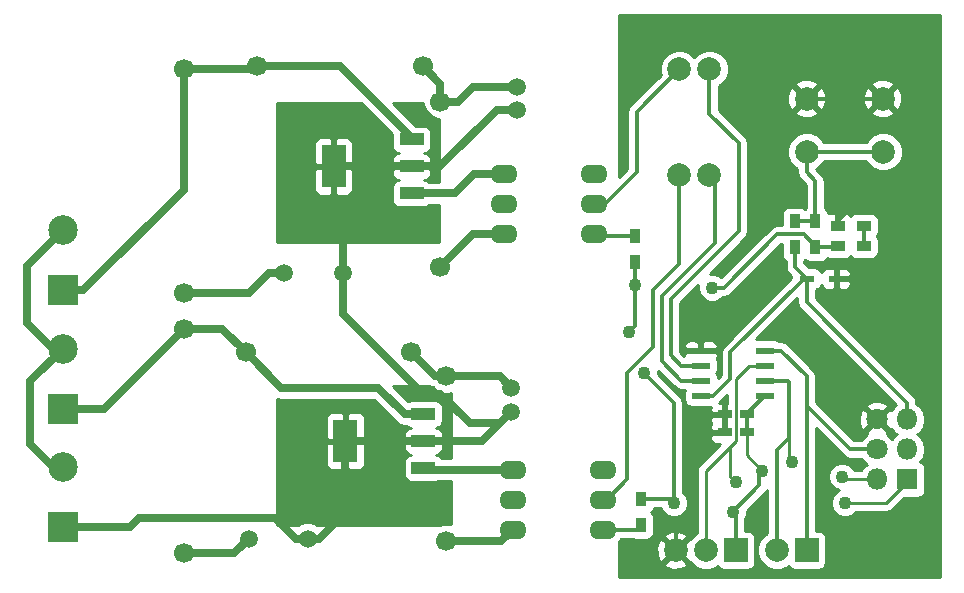
<source format=gbl>
G04 #@! TF.FileFunction,Copper,L2,Bot,Signal*
%FSLAX46Y46*%
G04 Gerber Fmt 4.6, Leading zero omitted, Abs format (unit mm)*
G04 Created by KiCad (PCBNEW 4.0.4+dfsg1-stable) date Mon Feb 27 19:18:29 2017*
%MOMM*%
%LPD*%
G01*
G04 APERTURE LIST*
%ADD100C,0.100000*%
%ADD110C,1.700000*%
%ADD120R,1.550000X0.600000*%
%ADD130R,1.800000X1.800000*%
%ADD140O,1.800000X1.800000*%
%ADD150C,1.800000*%
%ADD160C,2.000000*%
%ADD170R,1.200000X0.750000*%
%ADD180C,1.500000*%
%ADD190R,1.300000X0.600000*%
%ADD200R,1.200000X0.900000*%
%ADD210R,2.000000X2.000000*%
%ADD220R,2.500000X2.500000*%
%ADD230C,2.500000*%
%ADD240R,0.900000X1.200000*%
%ADD250O,2.300000X1.600000*%
%ADD260R,2.032000X3.657600*%
%ADD270R,2.032000X1.016000*%
%ADD280C,1.100000*%
%ADD290C,0.300000*%
%ADD300C,0.250000*%
%ADD310C,0.700000*%
%ADD320C,0.254000*%
G04 APERTURE END LIST*
D100*
D110*
X38500000Y17750000D03*
X38500000Y3750000D03*
D120*
X60050000Y16095000D03*
X60050000Y17365000D03*
X60050000Y18635000D03*
X60050000Y19905000D03*
X65450000Y19905000D03*
X65450000Y18635000D03*
X65450000Y17365000D03*
X65450000Y16095000D03*
D130*
X77500000Y9000000D03*
D140*
X74960000Y9000000D03*
X77500000Y11540000D03*
D150*
X74960000Y11540000D03*
D140*
X77500000Y14080000D03*
D150*
X74960000Y14080000D03*
D160*
X60770000Y43750000D03*
X58230000Y43750000D03*
D170*
X63950000Y13000000D03*
X62050000Y13000000D03*
X63950000Y14500000D03*
X62050000Y14500000D03*
D180*
X44000000Y16750000D03*
X44000000Y14750000D03*
X44500000Y42250000D03*
X44500000Y40250000D03*
X21750000Y4000000D03*
X26750000Y4000000D03*
X24750000Y26500000D03*
X29750000Y26500000D03*
D190*
X71500000Y26000000D03*
X69000000Y26000000D03*
D200*
X71650000Y30500000D03*
X73850000Y30500000D03*
D210*
X69000000Y3000000D03*
D160*
X66460000Y3000000D03*
D220*
X6000000Y5000000D03*
D230*
X6000000Y10080000D03*
D210*
X63000000Y3000000D03*
D160*
X60460000Y3000000D03*
X57920000Y3000000D03*
D220*
X6000000Y15000000D03*
D230*
X6000000Y20080000D03*
D220*
X6000000Y25000000D03*
D230*
X6000000Y30080000D03*
D200*
X71650000Y28750000D03*
X73850000Y28750000D03*
D240*
X68000000Y30850000D03*
X68000000Y28650000D03*
X69750000Y30850000D03*
X69750000Y28650000D03*
X55000000Y7350000D03*
X55000000Y5150000D03*
X54500000Y27400000D03*
X54500000Y29600000D03*
D110*
X38000000Y41000000D03*
X38000000Y27000000D03*
X21500000Y19750000D03*
X35500000Y19750000D03*
X22500000Y44000000D03*
X36500000Y44000000D03*
X16250000Y2750000D03*
X16250000Y21750000D03*
X16250000Y24750000D03*
X16250000Y43750000D03*
D250*
X51750000Y4750000D03*
X51750000Y7290000D03*
X51750000Y9830000D03*
X44130000Y9830000D03*
X44130000Y7290000D03*
X44130000Y4750000D03*
X51000000Y29750000D03*
X51000000Y32290000D03*
X51000000Y34830000D03*
X43380000Y34830000D03*
X43380000Y32290000D03*
X43380000Y29750000D03*
D160*
X60770000Y34750000D03*
X58230000Y34750000D03*
X75501200Y36752100D03*
X68998800Y36752100D03*
X75425000Y41247900D03*
X68998800Y41247900D03*
D260*
X29948000Y12250000D03*
D270*
X36552000Y12250000D03*
X36552000Y9964000D03*
X36552000Y14536000D03*
D260*
X28948000Y35500000D03*
D270*
X35552000Y35500000D03*
X35552000Y33214000D03*
X35552000Y37786000D03*
D280*
X54500000Y25500000D03*
X61000000Y25250000D03*
X54000000Y21500000D03*
X55250000Y18000000D03*
X72000000Y9250000D03*
X65250000Y9750000D03*
X57750000Y7000000D03*
X62750000Y6250000D03*
X73500000Y25750000D03*
X60000000Y14250000D03*
X60000000Y21000000D03*
X59250000Y8500000D03*
X63000000Y8750000D03*
X72250000Y7000000D03*
X67750000Y10500000D03*
D290*
X61000000Y25250000D02*
X62000000Y25250000D01*
X68750000Y29750000D02*
X69750000Y28750000D01*
X66500000Y29750000D02*
X68750000Y29750000D01*
X62000000Y25250000D02*
X66500000Y29750000D01*
X69750000Y28750000D02*
X69750000Y28650000D01*
X57750000Y7000000D02*
X57750000Y15500000D01*
X54500000Y22000000D02*
X54500000Y25500000D01*
X54000000Y21500000D02*
X54500000Y22000000D01*
X57750000Y15500000D02*
X55250000Y18000000D01*
X69750000Y28650000D02*
X71550000Y28650000D01*
X71550000Y28650000D02*
X71650000Y28750000D01*
X62750000Y6250000D02*
X65000000Y8500000D01*
X65000000Y9500000D02*
X65250000Y9750000D01*
X65000000Y8500000D02*
X65000000Y9500000D01*
D300*
X74960000Y9000000D02*
X72250000Y9000000D01*
X72250000Y9000000D02*
X72000000Y9250000D01*
X63950000Y11050000D02*
X63950000Y13000000D01*
X65250000Y9750000D02*
X63950000Y11050000D01*
D290*
X63000000Y3000000D02*
X63000000Y6000000D01*
X57400000Y7350000D02*
X55000000Y7350000D01*
X57750000Y7000000D02*
X57400000Y7350000D01*
X63000000Y6000000D02*
X62750000Y6250000D01*
X63950000Y14500000D02*
X63950000Y14595000D01*
X63950000Y14595000D02*
X65450000Y16095000D01*
X63950000Y13000000D02*
X63950000Y14500000D01*
X54500000Y27400000D02*
X54500000Y25500000D01*
X75425000Y41247900D02*
X75425000Y41075000D01*
X75425000Y41075000D02*
X77500000Y39000000D01*
X73000000Y32250000D02*
X71650000Y30900000D01*
X74000000Y32250000D02*
X73000000Y32250000D01*
X77500000Y35750000D02*
X74000000Y32250000D01*
X77500000Y39000000D02*
X77500000Y35750000D01*
X71650000Y30900000D02*
X71650000Y30500000D01*
X68998800Y41247900D02*
X75425000Y41247900D01*
X71500000Y26000000D02*
X73250000Y26000000D01*
X73250000Y26000000D02*
X73500000Y25750000D01*
X62050000Y14500000D02*
X60250000Y14500000D01*
X60250000Y14500000D02*
X60000000Y14250000D01*
X60050000Y19905000D02*
X60050000Y20950000D01*
X60050000Y20950000D02*
X60000000Y21000000D01*
X57920000Y3000000D02*
X57920000Y4420000D01*
X59000000Y8250000D02*
X59250000Y8500000D01*
X59000000Y5500000D02*
X59000000Y8250000D01*
X57920000Y4420000D02*
X59000000Y5500000D01*
X62050000Y13000000D02*
X62050000Y14500000D01*
X62050000Y14500000D02*
X62000000Y14550000D01*
D310*
X44000000Y16750000D02*
X43000000Y17750000D01*
X43000000Y17750000D02*
X38500000Y17750000D01*
X38500000Y17750000D02*
X37500000Y17750000D01*
X37500000Y17750000D02*
X35500000Y19750000D01*
X28948000Y35500000D02*
X35552000Y35500000D01*
X29948000Y12250000D02*
X36552000Y12250000D01*
X26750000Y4000000D02*
X27750000Y4000000D01*
X29948000Y6198000D02*
X29948000Y12250000D01*
X27750000Y4000000D02*
X29948000Y6198000D01*
X35552000Y35500000D02*
X38000000Y35500000D01*
X42750000Y40250000D02*
X44500000Y40250000D01*
X38000000Y35500000D02*
X42750000Y40250000D01*
X29750000Y26500000D02*
X29750000Y30250000D01*
X34000000Y35500000D02*
X35552000Y35500000D01*
X32750000Y34250000D02*
X34000000Y35500000D01*
X32750000Y33250000D02*
X32750000Y34250000D01*
X29750000Y30250000D02*
X32750000Y33250000D01*
X43000000Y13750000D02*
X40500000Y13750000D01*
X29750000Y23000000D02*
X29750000Y26500000D01*
X36500000Y16250000D02*
X29750000Y23000000D01*
X38000000Y16250000D02*
X36500000Y16250000D01*
X40500000Y13750000D02*
X38000000Y16250000D01*
X36552000Y12250000D02*
X41500000Y12250000D01*
X41500000Y12250000D02*
X43000000Y13750000D01*
X43000000Y13750000D02*
X44000000Y14750000D01*
X26750000Y4000000D02*
X25750000Y4000000D01*
X12500000Y5750000D02*
X12250000Y5500000D01*
X24000000Y5750000D02*
X12500000Y5750000D01*
X25750000Y4000000D02*
X24000000Y5750000D01*
X6000000Y5000000D02*
X11750000Y5000000D01*
X11750000Y5000000D02*
X12250000Y5500000D01*
X38000000Y41000000D02*
X38000000Y42500000D01*
X38000000Y42500000D02*
X36500000Y44000000D01*
X44500000Y42250000D02*
X40750000Y42250000D01*
X39500000Y41000000D02*
X38000000Y41000000D01*
X40750000Y42250000D02*
X39500000Y41000000D01*
X16250000Y2750000D02*
X20500000Y2750000D01*
X20500000Y2750000D02*
X21750000Y4000000D01*
X24750000Y26500000D02*
X23500000Y26500000D01*
X21750000Y24750000D02*
X16250000Y24750000D01*
X23500000Y26500000D02*
X21750000Y24750000D01*
D290*
X69000000Y26000000D02*
X68750000Y26000000D01*
X68750000Y26000000D02*
X62524998Y19774998D01*
X61095000Y16095000D02*
X60050000Y16095000D01*
X62524998Y17524998D02*
X61095000Y16095000D01*
X62524998Y19774998D02*
X62524998Y17524998D01*
X77500000Y14080000D02*
X77500000Y15500000D01*
X69000000Y24000000D02*
X69000000Y26000000D01*
X77500000Y15500000D02*
X69000000Y24000000D01*
X68000000Y28650000D02*
X68000000Y27000000D01*
X68000000Y27000000D02*
X69000000Y26000000D01*
X73850000Y30500000D02*
X73850000Y28750000D01*
X60770000Y43750000D02*
X60770000Y39980000D01*
X58365000Y18635000D02*
X60050000Y18635000D01*
X57500000Y19500000D02*
X58365000Y18635000D01*
X57500000Y24250000D02*
X57500000Y19500000D01*
X63250000Y30000000D02*
X57500000Y24250000D01*
X63250000Y37500000D02*
X63250000Y30000000D01*
X60770000Y39980000D02*
X63250000Y37500000D01*
X51750000Y7290000D02*
X52090000Y7290000D01*
X52090000Y7290000D02*
X53800000Y9000000D01*
X53800000Y9000000D02*
X53800000Y18000000D01*
X53800000Y18000000D02*
X56000000Y20200000D01*
X56000000Y20200000D02*
X56000000Y21250000D01*
X58230000Y27230000D02*
X58230000Y34750000D01*
X56000000Y25000000D02*
X58230000Y27230000D01*
X56000000Y21250000D02*
X56000000Y25000000D01*
X60050000Y17365000D02*
X58385000Y17365000D01*
X61250000Y29000000D02*
X61250000Y34270000D01*
X56750000Y24500000D02*
X61250000Y29000000D01*
X56750000Y19000000D02*
X56750000Y24500000D01*
X58385000Y17365000D02*
X56750000Y19000000D01*
X61250000Y34270000D02*
X60770000Y34750000D01*
X58230000Y43750000D02*
X54600000Y40120000D01*
X54600000Y35000000D02*
X54600000Y40120000D01*
X54600000Y35000000D02*
X51890000Y32290000D01*
X51000000Y32290000D02*
X51890000Y32290000D01*
X74960000Y11540000D02*
X72710000Y11540000D01*
X72710000Y11540000D02*
X69000000Y15250000D01*
X69000000Y3000000D02*
X69000000Y15250000D01*
X69000000Y15250000D02*
X69000000Y17750000D01*
X66845000Y19905000D02*
X65450000Y19905000D01*
X69000000Y17750000D02*
X66845000Y19905000D01*
D300*
X77500000Y9000000D02*
X77500000Y8750000D01*
X77500000Y8750000D02*
X75750000Y7000000D01*
X62500000Y9250000D02*
X62500000Y11750000D01*
X63000000Y8750000D02*
X62500000Y9250000D01*
X75750000Y7000000D02*
X72250000Y7000000D01*
X60460000Y3000000D02*
X60460000Y9710000D01*
X60460000Y9710000D02*
X62500000Y11750000D01*
X62500000Y11750000D02*
X63000000Y12250000D01*
X64135000Y18635000D02*
X65450000Y18635000D01*
X63000000Y12250000D02*
X63000000Y17500000D01*
X63000000Y17500000D02*
X64135000Y18635000D01*
X67750000Y10500000D02*
X67500000Y10750000D01*
X67500000Y10750000D02*
X67500000Y12500000D01*
D290*
X66460000Y3000000D02*
X66460000Y11460000D01*
X67385000Y17365000D02*
X65450000Y17365000D01*
X67500000Y17250000D02*
X67385000Y17365000D01*
X67500000Y12500000D02*
X67500000Y17250000D01*
X66460000Y11460000D02*
X67500000Y12500000D01*
D310*
X6000000Y20080000D02*
X5170000Y20080000D01*
X5170000Y20080000D02*
X3000000Y22250000D01*
X3000000Y27080000D02*
X6000000Y30080000D01*
X3000000Y22250000D02*
X3000000Y27080000D01*
X6000000Y10080000D02*
X5170000Y10080000D01*
X5170000Y10080000D02*
X3250000Y12000000D01*
X3250000Y12000000D02*
X3250000Y17330000D01*
X3250000Y17330000D02*
X6000000Y20080000D01*
X36552000Y14536000D02*
X34964000Y14536000D01*
X24500000Y16750000D02*
X21500000Y19750000D01*
X32750000Y16750000D02*
X24500000Y16750000D01*
X34964000Y14536000D02*
X32750000Y16750000D01*
X16250000Y21750000D02*
X19500000Y21750000D01*
X19500000Y21750000D02*
X21500000Y19750000D01*
X6000000Y15000000D02*
X9500000Y15000000D01*
X9500000Y15000000D02*
X16250000Y21750000D01*
X35552000Y37786000D02*
X35552000Y37948000D01*
X35552000Y37948000D02*
X29500000Y44000000D01*
X29500000Y44000000D02*
X22500000Y44000000D01*
X16250000Y43750000D02*
X22250000Y43750000D01*
X22250000Y43750000D02*
X22500000Y44000000D01*
X6000000Y25000000D02*
X7750000Y25000000D01*
X16250000Y33500000D02*
X16250000Y43750000D01*
X7750000Y25000000D02*
X16250000Y33500000D01*
D290*
X68998800Y36752100D02*
X75501200Y36752100D01*
X69750000Y30850000D02*
X69750000Y34250000D01*
X68998800Y35001200D02*
X68998800Y36752100D01*
X69750000Y34250000D02*
X68998800Y35001200D01*
X69750000Y30850000D02*
X68000000Y30850000D01*
X70002100Y31102100D02*
X69750000Y30850000D01*
X51750000Y4750000D02*
X54600000Y4750000D01*
X54600000Y4750000D02*
X55000000Y5150000D01*
X54500000Y29600000D02*
X51150000Y29600000D01*
X51150000Y29600000D02*
X51000000Y29750000D01*
D310*
X38500000Y3750000D02*
X43130000Y3750000D01*
X43130000Y3750000D02*
X44130000Y4750000D01*
X43380000Y29750000D02*
X40750000Y29750000D01*
X40750000Y29750000D02*
X38000000Y27000000D01*
X44130000Y9830000D02*
X36686000Y9830000D01*
X36686000Y9830000D02*
X36552000Y9964000D01*
X43995000Y9965000D02*
X44130000Y9830000D01*
X35552000Y33214000D02*
X39214000Y33214000D01*
X40830000Y34830000D02*
X43380000Y34830000D01*
X39214000Y33214000D02*
X40830000Y34830000D01*
D320*
G36*
X80290000Y710000D02*
X53127000Y710000D01*
X53127000Y1847468D01*
X56947073Y1847468D01*
X57045736Y1580613D01*
X57655461Y1354092D01*
X58305460Y1378144D01*
X58794264Y1580613D01*
X58892927Y1847468D01*
X57920000Y2820395D01*
X56947073Y1847468D01*
X53127000Y1847468D01*
X53127000Y3264539D01*
X56274092Y3264539D01*
X56298144Y2614540D01*
X56500613Y2125736D01*
X56767468Y2027073D01*
X57740395Y3000000D01*
X56767468Y3972927D01*
X56500613Y3874264D01*
X56274092Y3264539D01*
X53127000Y3264539D01*
X53127000Y3720156D01*
X53149668Y3735302D01*
X53303148Y3965000D01*
X54281380Y3965000D01*
X54298110Y3953569D01*
X54550000Y3902560D01*
X55450000Y3902560D01*
X55685317Y3946838D01*
X55901441Y4085910D01*
X55946961Y4152532D01*
X56947073Y4152532D01*
X57920000Y3179605D01*
X58892927Y4152532D01*
X58794264Y4419387D01*
X58184539Y4645908D01*
X57534540Y4621856D01*
X57045736Y4419387D01*
X56947073Y4152532D01*
X55946961Y4152532D01*
X56046431Y4298110D01*
X56097440Y4550000D01*
X56097440Y5750000D01*
X56053162Y5985317D01*
X55914090Y6201441D01*
X55844289Y6249134D01*
X55901441Y6285910D01*
X56046431Y6498110D01*
X56059977Y6565000D01*
X56647566Y6565000D01*
X56744820Y6329628D01*
X57077875Y5995991D01*
X57513255Y5815206D01*
X57984677Y5814794D01*
X58420372Y5994820D01*
X58754009Y6327875D01*
X58934794Y6763255D01*
X58935206Y7234677D01*
X58755180Y7670372D01*
X58535000Y7890937D01*
X58535000Y14214250D01*
X60815000Y14214250D01*
X60815000Y13998690D01*
X60911673Y13765301D01*
X60926974Y13750000D01*
X60911673Y13734699D01*
X60815000Y13501310D01*
X60815000Y13285750D01*
X60973750Y13127000D01*
X61923000Y13127000D01*
X61923000Y14373000D01*
X60973750Y14373000D01*
X60815000Y14214250D01*
X58535000Y14214250D01*
X58535000Y15500000D01*
X58475245Y15800406D01*
X58305079Y16055079D01*
X56434936Y17925222D01*
X56435180Y18204662D01*
X57829921Y16809921D01*
X58084593Y16639755D01*
X58385000Y16580000D01*
X58665023Y16580000D01*
X58627560Y16395000D01*
X58627560Y15795000D01*
X58671838Y15559683D01*
X58810910Y15343559D01*
X59023110Y15198569D01*
X59275000Y15147560D01*
X60825000Y15147560D01*
X60879854Y15157882D01*
X60815000Y15001310D01*
X60815000Y14785750D01*
X60973750Y14627000D01*
X61923000Y14627000D01*
X61923000Y15351250D01*
X61764250Y15510000D01*
X61605299Y15510000D01*
X61650079Y15539921D01*
X62240000Y16129842D01*
X62240000Y15414250D01*
X62177000Y15351250D01*
X62177000Y14627000D01*
X62197000Y14627000D01*
X62197000Y14373000D01*
X62177000Y14373000D01*
X62177000Y13127000D01*
X62197000Y13127000D01*
X62197000Y12873000D01*
X62177000Y12873000D01*
X62177000Y12853000D01*
X61923000Y12853000D01*
X61923000Y12873000D01*
X60973750Y12873000D01*
X60815000Y12714250D01*
X60815000Y12498690D01*
X60911673Y12265301D01*
X61090302Y12086673D01*
X61323691Y11990000D01*
X61665198Y11990000D01*
X59922599Y10247401D01*
X59757852Y10000839D01*
X59700000Y9710000D01*
X59700000Y4455047D01*
X59535057Y4386894D01*
X59107438Y3960022D01*
X59072532Y3972927D01*
X58099605Y3000000D01*
X59072532Y2027073D01*
X59107938Y2040164D01*
X59532637Y1614722D01*
X60133352Y1365284D01*
X60783795Y1364716D01*
X61384943Y1613106D01*
X61451574Y1679621D01*
X61535910Y1548559D01*
X61748110Y1403569D01*
X62000000Y1352560D01*
X64000000Y1352560D01*
X64235317Y1396838D01*
X64451441Y1535910D01*
X64596431Y1748110D01*
X64647440Y2000000D01*
X64647440Y4000000D01*
X64603162Y4235317D01*
X64464090Y4451441D01*
X64251890Y4596431D01*
X64000000Y4647440D01*
X63785000Y4647440D01*
X63785000Y5652510D01*
X63934794Y6013255D01*
X63935066Y6324909D01*
X65555076Y7944919D01*
X65555079Y7944921D01*
X65675000Y8124397D01*
X65675000Y4444717D01*
X65535057Y4386894D01*
X65074722Y3927363D01*
X64825284Y3326648D01*
X64824716Y2676205D01*
X65073106Y2075057D01*
X65532637Y1614722D01*
X66133352Y1365284D01*
X66783795Y1364716D01*
X67384943Y1613106D01*
X67451574Y1679621D01*
X67535910Y1548559D01*
X67748110Y1403569D01*
X68000000Y1352560D01*
X70000000Y1352560D01*
X70235317Y1396838D01*
X70451441Y1535910D01*
X70596431Y1748110D01*
X70647440Y2000000D01*
X70647440Y4000000D01*
X70603162Y4235317D01*
X70464090Y4451441D01*
X70251890Y4596431D01*
X70000000Y4647440D01*
X69785000Y4647440D01*
X69785000Y13354842D01*
X72154921Y10984921D01*
X72409593Y10814755D01*
X72710000Y10755000D01*
X73623484Y10755000D01*
X73657932Y10671629D01*
X74077660Y10251167D01*
X73874591Y10115481D01*
X73637066Y9760000D01*
X73071445Y9760000D01*
X73005180Y9920372D01*
X72672125Y10254009D01*
X72236745Y10434794D01*
X71765323Y10435206D01*
X71329628Y10255180D01*
X70995991Y9922125D01*
X70815206Y9486745D01*
X70814794Y9015323D01*
X70994820Y8579628D01*
X71327875Y8245991D01*
X71744126Y8073149D01*
X71579628Y8005180D01*
X71245991Y7672125D01*
X71065206Y7236745D01*
X71064794Y6765323D01*
X71244820Y6329628D01*
X71577875Y5995991D01*
X72013255Y5815206D01*
X72484677Y5814794D01*
X72920372Y5994820D01*
X73165980Y6240000D01*
X75750000Y6240000D01*
X76040839Y6297852D01*
X76287401Y6462599D01*
X77277362Y7452560D01*
X78400000Y7452560D01*
X78635317Y7496838D01*
X78851441Y7635910D01*
X78996431Y7848110D01*
X79047440Y8100000D01*
X79047440Y9900000D01*
X79003162Y10135317D01*
X78864090Y10351441D01*
X78651890Y10496431D01*
X78635656Y10499719D01*
X78918155Y10922509D01*
X79035000Y11509928D01*
X79035000Y11570072D01*
X78918155Y12157491D01*
X78585409Y12655481D01*
X78354155Y12810000D01*
X78585409Y12964519D01*
X78918155Y13462509D01*
X79035000Y14049928D01*
X79035000Y14110072D01*
X78918155Y14697491D01*
X78585409Y15195481D01*
X78285000Y15396208D01*
X78285000Y15500000D01*
X78226401Y15794594D01*
X78225245Y15800407D01*
X78055079Y16055079D01*
X69785000Y24325158D01*
X69785000Y25077962D01*
X69885317Y25096838D01*
X70101441Y25235910D01*
X70246431Y25448110D01*
X70253191Y25481490D01*
X70311673Y25340301D01*
X70490302Y25161673D01*
X70723691Y25065000D01*
X71214250Y25065000D01*
X71373000Y25223750D01*
X71373000Y25873000D01*
X71627000Y25873000D01*
X71627000Y25223750D01*
X71785750Y25065000D01*
X72276309Y25065000D01*
X72509698Y25161673D01*
X72688327Y25340301D01*
X72785000Y25573690D01*
X72785000Y25714250D01*
X72626250Y25873000D01*
X71627000Y25873000D01*
X71373000Y25873000D01*
X71353000Y25873000D01*
X71353000Y26127000D01*
X71373000Y26127000D01*
X71373000Y26776250D01*
X71627000Y26776250D01*
X71627000Y26127000D01*
X72626250Y26127000D01*
X72785000Y26285750D01*
X72785000Y26426310D01*
X72688327Y26659699D01*
X72509698Y26838327D01*
X72276309Y26935000D01*
X71785750Y26935000D01*
X71627000Y26776250D01*
X71373000Y26776250D01*
X71214250Y26935000D01*
X70723691Y26935000D01*
X70490302Y26838327D01*
X70311673Y26659699D01*
X70255346Y26523713D01*
X70253162Y26535317D01*
X70114090Y26751441D01*
X69901890Y26896431D01*
X69650000Y26947440D01*
X69162718Y26947440D01*
X68785000Y27325158D01*
X68785000Y27510982D01*
X68877227Y27570329D01*
X69048110Y27453569D01*
X69300000Y27402560D01*
X70200000Y27402560D01*
X70435317Y27446838D01*
X70651441Y27585910D01*
X70752928Y27734441D01*
X70798110Y27703569D01*
X71050000Y27652560D01*
X72250000Y27652560D01*
X72485317Y27696838D01*
X72701441Y27835910D01*
X72749134Y27905711D01*
X72785910Y27848559D01*
X72998110Y27703569D01*
X73250000Y27652560D01*
X74450000Y27652560D01*
X74685317Y27696838D01*
X74901441Y27835910D01*
X75046431Y28048110D01*
X75097440Y28300000D01*
X75097440Y29200000D01*
X75053162Y29435317D01*
X74929671Y29627227D01*
X75046431Y29798110D01*
X75097440Y30050000D01*
X75097440Y30950000D01*
X75053162Y31185317D01*
X74914090Y31401441D01*
X74701890Y31546431D01*
X74450000Y31597440D01*
X73250000Y31597440D01*
X73014683Y31553162D01*
X72798559Y31414090D01*
X72752031Y31345994D01*
X72609698Y31488327D01*
X72376309Y31585000D01*
X71935750Y31585000D01*
X71777000Y31426250D01*
X71777000Y30627000D01*
X71797000Y30627000D01*
X71797000Y30373000D01*
X71777000Y30373000D01*
X71777000Y30353000D01*
X71523000Y30353000D01*
X71523000Y30373000D01*
X71503000Y30373000D01*
X71503000Y30627000D01*
X71523000Y30627000D01*
X71523000Y31426250D01*
X71364250Y31585000D01*
X70923691Y31585000D01*
X70829388Y31545938D01*
X70803162Y31685317D01*
X70664090Y31901441D01*
X70535000Y31989644D01*
X70535000Y34250000D01*
X70499950Y34426205D01*
X70475245Y34550407D01*
X70305079Y34805079D01*
X69797227Y35312931D01*
X69923743Y35365206D01*
X70384078Y35824737D01*
X70443192Y35967100D01*
X74056483Y35967100D01*
X74114306Y35827157D01*
X74573837Y35366822D01*
X75174552Y35117384D01*
X75824995Y35116816D01*
X76426143Y35365206D01*
X76886478Y35824737D01*
X77135916Y36425452D01*
X77136484Y37075895D01*
X76888094Y37677043D01*
X76428563Y38137378D01*
X75827848Y38386816D01*
X75177405Y38387384D01*
X74576257Y38138994D01*
X74115922Y37679463D01*
X74056808Y37537100D01*
X70443517Y37537100D01*
X70385694Y37677043D01*
X69926163Y38137378D01*
X69325448Y38386816D01*
X68675005Y38387384D01*
X68073857Y38138994D01*
X67613522Y37679463D01*
X67364084Y37078748D01*
X67363516Y36428305D01*
X67611906Y35827157D01*
X68071437Y35366822D01*
X68213800Y35307708D01*
X68213800Y35001200D01*
X68273555Y34700793D01*
X68443721Y34446121D01*
X68965000Y33924842D01*
X68965000Y31989018D01*
X68872773Y31929671D01*
X68701890Y32046431D01*
X68450000Y32097440D01*
X67550000Y32097440D01*
X67314683Y32053162D01*
X67098559Y31914090D01*
X66953569Y31701890D01*
X66902560Y31450000D01*
X66902560Y30535000D01*
X66500000Y30535000D01*
X66199593Y30475245D01*
X65944921Y30305079D01*
X61782891Y26143049D01*
X61672125Y26254009D01*
X61236745Y26434794D01*
X60795338Y26435180D01*
X63805079Y29444921D01*
X63975245Y29699593D01*
X64035000Y30000000D01*
X64035000Y37499995D01*
X64035001Y37500000D01*
X63975245Y37800406D01*
X63805079Y38055079D01*
X61764790Y40095368D01*
X68025873Y40095368D01*
X68124536Y39828513D01*
X68734261Y39601992D01*
X69384260Y39626044D01*
X69873064Y39828513D01*
X69971727Y40095368D01*
X74452073Y40095368D01*
X74550736Y39828513D01*
X75160461Y39601992D01*
X75810460Y39626044D01*
X76299264Y39828513D01*
X76397927Y40095368D01*
X75425000Y41068295D01*
X74452073Y40095368D01*
X69971727Y40095368D01*
X68998800Y41068295D01*
X68025873Y40095368D01*
X61764790Y40095368D01*
X61555000Y40305158D01*
X61555000Y41512439D01*
X67352892Y41512439D01*
X67376944Y40862440D01*
X67579413Y40373636D01*
X67846268Y40274973D01*
X68819195Y41247900D01*
X69178405Y41247900D01*
X70151332Y40274973D01*
X70418187Y40373636D01*
X70644708Y40983361D01*
X70625131Y41512439D01*
X73779092Y41512439D01*
X73803144Y40862440D01*
X74005613Y40373636D01*
X74272468Y40274973D01*
X75245395Y41247900D01*
X75604605Y41247900D01*
X76577532Y40274973D01*
X76844387Y40373636D01*
X77070908Y40983361D01*
X77046856Y41633360D01*
X76844387Y42122164D01*
X76577532Y42220827D01*
X75604605Y41247900D01*
X75245395Y41247900D01*
X74272468Y42220827D01*
X74005613Y42122164D01*
X73779092Y41512439D01*
X70625131Y41512439D01*
X70620656Y41633360D01*
X70418187Y42122164D01*
X70151332Y42220827D01*
X69178405Y41247900D01*
X68819195Y41247900D01*
X67846268Y42220827D01*
X67579413Y42122164D01*
X67352892Y41512439D01*
X61555000Y41512439D01*
X61555000Y42305283D01*
X61694943Y42363106D01*
X61732334Y42400432D01*
X68025873Y42400432D01*
X68998800Y41427505D01*
X69971727Y42400432D01*
X74452073Y42400432D01*
X75425000Y41427505D01*
X76397927Y42400432D01*
X76299264Y42667287D01*
X75689539Y42893808D01*
X75039540Y42869756D01*
X74550736Y42667287D01*
X74452073Y42400432D01*
X69971727Y42400432D01*
X69873064Y42667287D01*
X69263339Y42893808D01*
X68613340Y42869756D01*
X68124536Y42667287D01*
X68025873Y42400432D01*
X61732334Y42400432D01*
X62155278Y42822637D01*
X62404716Y43423352D01*
X62405284Y44073795D01*
X62156894Y44674943D01*
X61697363Y45135278D01*
X61096648Y45384716D01*
X60446205Y45385284D01*
X59845057Y45136894D01*
X59499801Y44792241D01*
X59157363Y45135278D01*
X58556648Y45384716D01*
X57906205Y45385284D01*
X57305057Y45136894D01*
X56844722Y44677363D01*
X56595284Y44076648D01*
X56594716Y43426205D01*
X56653582Y43283740D01*
X54044921Y40675079D01*
X53874755Y40420407D01*
X53874755Y40420406D01*
X53815000Y40120000D01*
X53815000Y35325158D01*
X53127000Y34637158D01*
X53127000Y48290000D01*
X80290000Y48290000D01*
X80290000Y710000D01*
X80290000Y710000D01*
G37*
X80290000Y710000D02*
X53127000Y710000D01*
X53127000Y1847468D01*
X56947073Y1847468D01*
X57045736Y1580613D01*
X57655461Y1354092D01*
X58305460Y1378144D01*
X58794264Y1580613D01*
X58892927Y1847468D01*
X57920000Y2820395D01*
X56947073Y1847468D01*
X53127000Y1847468D01*
X53127000Y3264539D01*
X56274092Y3264539D01*
X56298144Y2614540D01*
X56500613Y2125736D01*
X56767468Y2027073D01*
X57740395Y3000000D01*
X56767468Y3972927D01*
X56500613Y3874264D01*
X56274092Y3264539D01*
X53127000Y3264539D01*
X53127000Y3720156D01*
X53149668Y3735302D01*
X53303148Y3965000D01*
X54281380Y3965000D01*
X54298110Y3953569D01*
X54550000Y3902560D01*
X55450000Y3902560D01*
X55685317Y3946838D01*
X55901441Y4085910D01*
X55946961Y4152532D01*
X56947073Y4152532D01*
X57920000Y3179605D01*
X58892927Y4152532D01*
X58794264Y4419387D01*
X58184539Y4645908D01*
X57534540Y4621856D01*
X57045736Y4419387D01*
X56947073Y4152532D01*
X55946961Y4152532D01*
X56046431Y4298110D01*
X56097440Y4550000D01*
X56097440Y5750000D01*
X56053162Y5985317D01*
X55914090Y6201441D01*
X55844289Y6249134D01*
X55901441Y6285910D01*
X56046431Y6498110D01*
X56059977Y6565000D01*
X56647566Y6565000D01*
X56744820Y6329628D01*
X57077875Y5995991D01*
X57513255Y5815206D01*
X57984677Y5814794D01*
X58420372Y5994820D01*
X58754009Y6327875D01*
X58934794Y6763255D01*
X58935206Y7234677D01*
X58755180Y7670372D01*
X58535000Y7890937D01*
X58535000Y14214250D01*
X60815000Y14214250D01*
X60815000Y13998690D01*
X60911673Y13765301D01*
X60926974Y13750000D01*
X60911673Y13734699D01*
X60815000Y13501310D01*
X60815000Y13285750D01*
X60973750Y13127000D01*
X61923000Y13127000D01*
X61923000Y14373000D01*
X60973750Y14373000D01*
X60815000Y14214250D01*
X58535000Y14214250D01*
X58535000Y15500000D01*
X58475245Y15800406D01*
X58305079Y16055079D01*
X56434936Y17925222D01*
X56435180Y18204662D01*
X57829921Y16809921D01*
X58084593Y16639755D01*
X58385000Y16580000D01*
X58665023Y16580000D01*
X58627560Y16395000D01*
X58627560Y15795000D01*
X58671838Y15559683D01*
X58810910Y15343559D01*
X59023110Y15198569D01*
X59275000Y15147560D01*
X60825000Y15147560D01*
X60879854Y15157882D01*
X60815000Y15001310D01*
X60815000Y14785750D01*
X60973750Y14627000D01*
X61923000Y14627000D01*
X61923000Y15351250D01*
X61764250Y15510000D01*
X61605299Y15510000D01*
X61650079Y15539921D01*
X62240000Y16129842D01*
X62240000Y15414250D01*
X62177000Y15351250D01*
X62177000Y14627000D01*
X62197000Y14627000D01*
X62197000Y14373000D01*
X62177000Y14373000D01*
X62177000Y13127000D01*
X62197000Y13127000D01*
X62197000Y12873000D01*
X62177000Y12873000D01*
X62177000Y12853000D01*
X61923000Y12853000D01*
X61923000Y12873000D01*
X60973750Y12873000D01*
X60815000Y12714250D01*
X60815000Y12498690D01*
X60911673Y12265301D01*
X61090302Y12086673D01*
X61323691Y11990000D01*
X61665198Y11990000D01*
X59922599Y10247401D01*
X59757852Y10000839D01*
X59700000Y9710000D01*
X59700000Y4455047D01*
X59535057Y4386894D01*
X59107438Y3960022D01*
X59072532Y3972927D01*
X58099605Y3000000D01*
X59072532Y2027073D01*
X59107938Y2040164D01*
X59532637Y1614722D01*
X60133352Y1365284D01*
X60783795Y1364716D01*
X61384943Y1613106D01*
X61451574Y1679621D01*
X61535910Y1548559D01*
X61748110Y1403569D01*
X62000000Y1352560D01*
X64000000Y1352560D01*
X64235317Y1396838D01*
X64451441Y1535910D01*
X64596431Y1748110D01*
X64647440Y2000000D01*
X64647440Y4000000D01*
X64603162Y4235317D01*
X64464090Y4451441D01*
X64251890Y4596431D01*
X64000000Y4647440D01*
X63785000Y4647440D01*
X63785000Y5652510D01*
X63934794Y6013255D01*
X63935066Y6324909D01*
X65555076Y7944919D01*
X65555079Y7944921D01*
X65675000Y8124397D01*
X65675000Y4444717D01*
X65535057Y4386894D01*
X65074722Y3927363D01*
X64825284Y3326648D01*
X64824716Y2676205D01*
X65073106Y2075057D01*
X65532637Y1614722D01*
X66133352Y1365284D01*
X66783795Y1364716D01*
X67384943Y1613106D01*
X67451574Y1679621D01*
X67535910Y1548559D01*
X67748110Y1403569D01*
X68000000Y1352560D01*
X70000000Y1352560D01*
X70235317Y1396838D01*
X70451441Y1535910D01*
X70596431Y1748110D01*
X70647440Y2000000D01*
X70647440Y4000000D01*
X70603162Y4235317D01*
X70464090Y4451441D01*
X70251890Y4596431D01*
X70000000Y4647440D01*
X69785000Y4647440D01*
X69785000Y13354842D01*
X72154921Y10984921D01*
X72409593Y10814755D01*
X72710000Y10755000D01*
X73623484Y10755000D01*
X73657932Y10671629D01*
X74077660Y10251167D01*
X73874591Y10115481D01*
X73637066Y9760000D01*
X73071445Y9760000D01*
X73005180Y9920372D01*
X72672125Y10254009D01*
X72236745Y10434794D01*
X71765323Y10435206D01*
X71329628Y10255180D01*
X70995991Y9922125D01*
X70815206Y9486745D01*
X70814794Y9015323D01*
X70994820Y8579628D01*
X71327875Y8245991D01*
X71744126Y8073149D01*
X71579628Y8005180D01*
X71245991Y7672125D01*
X71065206Y7236745D01*
X71064794Y6765323D01*
X71244820Y6329628D01*
X71577875Y5995991D01*
X72013255Y5815206D01*
X72484677Y5814794D01*
X72920372Y5994820D01*
X73165980Y6240000D01*
X75750000Y6240000D01*
X76040839Y6297852D01*
X76287401Y6462599D01*
X77277362Y7452560D01*
X78400000Y7452560D01*
X78635317Y7496838D01*
X78851441Y7635910D01*
X78996431Y7848110D01*
X79047440Y8100000D01*
X79047440Y9900000D01*
X79003162Y10135317D01*
X78864090Y10351441D01*
X78651890Y10496431D01*
X78635656Y10499719D01*
X78918155Y10922509D01*
X79035000Y11509928D01*
X79035000Y11570072D01*
X78918155Y12157491D01*
X78585409Y12655481D01*
X78354155Y12810000D01*
X78585409Y12964519D01*
X78918155Y13462509D01*
X79035000Y14049928D01*
X79035000Y14110072D01*
X78918155Y14697491D01*
X78585409Y15195481D01*
X78285000Y15396208D01*
X78285000Y15500000D01*
X78226401Y15794594D01*
X78225245Y15800407D01*
X78055079Y16055079D01*
X69785000Y24325158D01*
X69785000Y25077962D01*
X69885317Y25096838D01*
X70101441Y25235910D01*
X70246431Y25448110D01*
X70253191Y25481490D01*
X70311673Y25340301D01*
X70490302Y25161673D01*
X70723691Y25065000D01*
X71214250Y25065000D01*
X71373000Y25223750D01*
X71373000Y25873000D01*
X71627000Y25873000D01*
X71627000Y25223750D01*
X71785750Y25065000D01*
X72276309Y25065000D01*
X72509698Y25161673D01*
X72688327Y25340301D01*
X72785000Y25573690D01*
X72785000Y25714250D01*
X72626250Y25873000D01*
X71627000Y25873000D01*
X71373000Y25873000D01*
X71353000Y25873000D01*
X71353000Y26127000D01*
X71373000Y26127000D01*
X71373000Y26776250D01*
X71627000Y26776250D01*
X71627000Y26127000D01*
X72626250Y26127000D01*
X72785000Y26285750D01*
X72785000Y26426310D01*
X72688327Y26659699D01*
X72509698Y26838327D01*
X72276309Y26935000D01*
X71785750Y26935000D01*
X71627000Y26776250D01*
X71373000Y26776250D01*
X71214250Y26935000D01*
X70723691Y26935000D01*
X70490302Y26838327D01*
X70311673Y26659699D01*
X70255346Y26523713D01*
X70253162Y26535317D01*
X70114090Y26751441D01*
X69901890Y26896431D01*
X69650000Y26947440D01*
X69162718Y26947440D01*
X68785000Y27325158D01*
X68785000Y27510982D01*
X68877227Y27570329D01*
X69048110Y27453569D01*
X69300000Y27402560D01*
X70200000Y27402560D01*
X70435317Y27446838D01*
X70651441Y27585910D01*
X70752928Y27734441D01*
X70798110Y27703569D01*
X71050000Y27652560D01*
X72250000Y27652560D01*
X72485317Y27696838D01*
X72701441Y27835910D01*
X72749134Y27905711D01*
X72785910Y27848559D01*
X72998110Y27703569D01*
X73250000Y27652560D01*
X74450000Y27652560D01*
X74685317Y27696838D01*
X74901441Y27835910D01*
X75046431Y28048110D01*
X75097440Y28300000D01*
X75097440Y29200000D01*
X75053162Y29435317D01*
X74929671Y29627227D01*
X75046431Y29798110D01*
X75097440Y30050000D01*
X75097440Y30950000D01*
X75053162Y31185317D01*
X74914090Y31401441D01*
X74701890Y31546431D01*
X74450000Y31597440D01*
X73250000Y31597440D01*
X73014683Y31553162D01*
X72798559Y31414090D01*
X72752031Y31345994D01*
X72609698Y31488327D01*
X72376309Y31585000D01*
X71935750Y31585000D01*
X71777000Y31426250D01*
X71777000Y30627000D01*
X71797000Y30627000D01*
X71797000Y30373000D01*
X71777000Y30373000D01*
X71777000Y30353000D01*
X71523000Y30353000D01*
X71523000Y30373000D01*
X71503000Y30373000D01*
X71503000Y30627000D01*
X71523000Y30627000D01*
X71523000Y31426250D01*
X71364250Y31585000D01*
X70923691Y31585000D01*
X70829388Y31545938D01*
X70803162Y31685317D01*
X70664090Y31901441D01*
X70535000Y31989644D01*
X70535000Y34250000D01*
X70499950Y34426205D01*
X70475245Y34550407D01*
X70305079Y34805079D01*
X69797227Y35312931D01*
X69923743Y35365206D01*
X70384078Y35824737D01*
X70443192Y35967100D01*
X74056483Y35967100D01*
X74114306Y35827157D01*
X74573837Y35366822D01*
X75174552Y35117384D01*
X75824995Y35116816D01*
X76426143Y35365206D01*
X76886478Y35824737D01*
X77135916Y36425452D01*
X77136484Y37075895D01*
X76888094Y37677043D01*
X76428563Y38137378D01*
X75827848Y38386816D01*
X75177405Y38387384D01*
X74576257Y38138994D01*
X74115922Y37679463D01*
X74056808Y37537100D01*
X70443517Y37537100D01*
X70385694Y37677043D01*
X69926163Y38137378D01*
X69325448Y38386816D01*
X68675005Y38387384D01*
X68073857Y38138994D01*
X67613522Y37679463D01*
X67364084Y37078748D01*
X67363516Y36428305D01*
X67611906Y35827157D01*
X68071437Y35366822D01*
X68213800Y35307708D01*
X68213800Y35001200D01*
X68273555Y34700793D01*
X68443721Y34446121D01*
X68965000Y33924842D01*
X68965000Y31989018D01*
X68872773Y31929671D01*
X68701890Y32046431D01*
X68450000Y32097440D01*
X67550000Y32097440D01*
X67314683Y32053162D01*
X67098559Y31914090D01*
X66953569Y31701890D01*
X66902560Y31450000D01*
X66902560Y30535000D01*
X66500000Y30535000D01*
X66199593Y30475245D01*
X65944921Y30305079D01*
X61782891Y26143049D01*
X61672125Y26254009D01*
X61236745Y26434794D01*
X60795338Y26435180D01*
X63805079Y29444921D01*
X63975245Y29699593D01*
X64035000Y30000000D01*
X64035000Y37499995D01*
X64035001Y37500000D01*
X63975245Y37800406D01*
X63805079Y38055079D01*
X61764790Y40095368D01*
X68025873Y40095368D01*
X68124536Y39828513D01*
X68734261Y39601992D01*
X69384260Y39626044D01*
X69873064Y39828513D01*
X69971727Y40095368D01*
X74452073Y40095368D01*
X74550736Y39828513D01*
X75160461Y39601992D01*
X75810460Y39626044D01*
X76299264Y39828513D01*
X76397927Y40095368D01*
X75425000Y41068295D01*
X74452073Y40095368D01*
X69971727Y40095368D01*
X68998800Y41068295D01*
X68025873Y40095368D01*
X61764790Y40095368D01*
X61555000Y40305158D01*
X61555000Y41512439D01*
X67352892Y41512439D01*
X67376944Y40862440D01*
X67579413Y40373636D01*
X67846268Y40274973D01*
X68819195Y41247900D01*
X69178405Y41247900D01*
X70151332Y40274973D01*
X70418187Y40373636D01*
X70644708Y40983361D01*
X70625131Y41512439D01*
X73779092Y41512439D01*
X73803144Y40862440D01*
X74005613Y40373636D01*
X74272468Y40274973D01*
X75245395Y41247900D01*
X75604605Y41247900D01*
X76577532Y40274973D01*
X76844387Y40373636D01*
X77070908Y40983361D01*
X77046856Y41633360D01*
X76844387Y42122164D01*
X76577532Y42220827D01*
X75604605Y41247900D01*
X75245395Y41247900D01*
X74272468Y42220827D01*
X74005613Y42122164D01*
X73779092Y41512439D01*
X70625131Y41512439D01*
X70620656Y41633360D01*
X70418187Y42122164D01*
X70151332Y42220827D01*
X69178405Y41247900D01*
X68819195Y41247900D01*
X67846268Y42220827D01*
X67579413Y42122164D01*
X67352892Y41512439D01*
X61555000Y41512439D01*
X61555000Y42305283D01*
X61694943Y42363106D01*
X61732334Y42400432D01*
X68025873Y42400432D01*
X68998800Y41427505D01*
X69971727Y42400432D01*
X74452073Y42400432D01*
X75425000Y41427505D01*
X76397927Y42400432D01*
X76299264Y42667287D01*
X75689539Y42893808D01*
X75039540Y42869756D01*
X74550736Y42667287D01*
X74452073Y42400432D01*
X69971727Y42400432D01*
X69873064Y42667287D01*
X69263339Y42893808D01*
X68613340Y42869756D01*
X68124536Y42667287D01*
X68025873Y42400432D01*
X61732334Y42400432D01*
X62155278Y42822637D01*
X62404716Y43423352D01*
X62405284Y44073795D01*
X62156894Y44674943D01*
X61697363Y45135278D01*
X61096648Y45384716D01*
X60446205Y45385284D01*
X59845057Y45136894D01*
X59499801Y44792241D01*
X59157363Y45135278D01*
X58556648Y45384716D01*
X57906205Y45385284D01*
X57305057Y45136894D01*
X56844722Y44677363D01*
X56595284Y44076648D01*
X56594716Y43426205D01*
X56653582Y43283740D01*
X54044921Y40675079D01*
X53874755Y40420407D01*
X53874755Y40420406D01*
X53815000Y40120000D01*
X53815000Y35325158D01*
X53127000Y34637158D01*
X53127000Y48290000D01*
X80290000Y48290000D01*
X80290000Y710000D01*
G36*
X68215000Y24000000D02*
X68274755Y23699593D01*
X68444921Y23444921D01*
X76582301Y15307541D01*
X76414591Y15195481D01*
X76228570Y14917081D01*
X76040159Y14980554D01*
X75139605Y14080000D01*
X76040159Y13179446D01*
X76228570Y13242919D01*
X76414591Y12964519D01*
X76645845Y12810000D01*
X76414591Y12655481D01*
X76254526Y12415926D01*
X75830643Y12840551D01*
X75809806Y12849203D01*
X75860554Y12999841D01*
X74960000Y13900395D01*
X74059446Y12999841D01*
X74110035Y12849673D01*
X74091629Y12842068D01*
X73659449Y12410643D01*
X73623887Y12325000D01*
X73035158Y12325000D01*
X71039494Y14320664D01*
X73413542Y14320664D01*
X73439161Y13710540D01*
X73623357Y13265852D01*
X73879841Y13179446D01*
X74780395Y14080000D01*
X73879841Y14980554D01*
X73623357Y14894148D01*
X73413542Y14320664D01*
X71039494Y14320664D01*
X70199999Y15160159D01*
X74059446Y15160159D01*
X74960000Y14259605D01*
X75860554Y15160159D01*
X75774148Y15416643D01*
X75200664Y15626458D01*
X74590540Y15600839D01*
X74145852Y15416643D01*
X74059446Y15160159D01*
X70199999Y15160159D01*
X69785000Y15575158D01*
X69785000Y17750000D01*
X69755100Y17900317D01*
X69725245Y18050407D01*
X69555079Y18305079D01*
X67400079Y20460079D01*
X67145407Y20630245D01*
X66845000Y20690000D01*
X66639975Y20690000D01*
X66476890Y20801431D01*
X66225000Y20852440D01*
X64712598Y20852440D01*
X68215000Y24354842D01*
X68215000Y24000000D01*
X68215000Y24000000D01*
G37*
X68215000Y24000000D02*
X68274755Y23699593D01*
X68444921Y23444921D01*
X76582301Y15307541D01*
X76414591Y15195481D01*
X76228570Y14917081D01*
X76040159Y14980554D01*
X75139605Y14080000D01*
X76040159Y13179446D01*
X76228570Y13242919D01*
X76414591Y12964519D01*
X76645845Y12810000D01*
X76414591Y12655481D01*
X76254526Y12415926D01*
X75830643Y12840551D01*
X75809806Y12849203D01*
X75860554Y12999841D01*
X74960000Y13900395D01*
X74059446Y12999841D01*
X74110035Y12849673D01*
X74091629Y12842068D01*
X73659449Y12410643D01*
X73623887Y12325000D01*
X73035158Y12325000D01*
X71039494Y14320664D01*
X73413542Y14320664D01*
X73439161Y13710540D01*
X73623357Y13265852D01*
X73879841Y13179446D01*
X74780395Y14080000D01*
X73879841Y14980554D01*
X73623357Y14894148D01*
X73413542Y14320664D01*
X71039494Y14320664D01*
X70199999Y15160159D01*
X74059446Y15160159D01*
X74960000Y14259605D01*
X75860554Y15160159D01*
X75774148Y15416643D01*
X75200664Y15626458D01*
X74590540Y15600839D01*
X74145852Y15416643D01*
X74059446Y15160159D01*
X70199999Y15160159D01*
X69785000Y15575158D01*
X69785000Y17750000D01*
X69755100Y17900317D01*
X69725245Y18050407D01*
X69555079Y18305079D01*
X67400079Y20460079D01*
X67145407Y20630245D01*
X66845000Y20690000D01*
X66639975Y20690000D01*
X66476890Y20801431D01*
X66225000Y20852440D01*
X64712598Y20852440D01*
X68215000Y24354842D01*
X68215000Y24000000D01*
G36*
X66902560Y28050000D02*
X66946838Y27814683D01*
X67085910Y27598559D01*
X67215000Y27510356D01*
X67215000Y27000000D01*
X67274755Y26699593D01*
X67444921Y26444921D01*
X67702560Y26187282D01*
X67702560Y26062718D01*
X61969919Y20330077D01*
X61799753Y20075405D01*
X61799753Y20075404D01*
X61739998Y19774998D01*
X61739998Y17850156D01*
X61472440Y17582598D01*
X61472440Y17665000D01*
X61428162Y17900317D01*
X61364322Y17999528D01*
X61421431Y18083110D01*
X61472440Y18335000D01*
X61472440Y18935000D01*
X61428162Y19170317D01*
X61369822Y19260980D01*
X61460000Y19478690D01*
X61460000Y19619250D01*
X61301250Y19778000D01*
X60177000Y19778000D01*
X60177000Y19758000D01*
X59923000Y19758000D01*
X59923000Y19778000D01*
X58798750Y19778000D01*
X58640000Y19619250D01*
X58640000Y19478690D01*
X58646033Y19464125D01*
X58285000Y19825158D01*
X58285000Y20331310D01*
X58640000Y20331310D01*
X58640000Y20190750D01*
X58798750Y20032000D01*
X59923000Y20032000D01*
X59923000Y20681250D01*
X60177000Y20681250D01*
X60177000Y20032000D01*
X61301250Y20032000D01*
X61460000Y20190750D01*
X61460000Y20331310D01*
X61363327Y20564699D01*
X61184698Y20743327D01*
X60951309Y20840000D01*
X60335750Y20840000D01*
X60177000Y20681250D01*
X59923000Y20681250D01*
X59764250Y20840000D01*
X59148691Y20840000D01*
X58915302Y20743327D01*
X58736673Y20564699D01*
X58640000Y20331310D01*
X58285000Y20331310D01*
X58285000Y23924842D01*
X59815178Y25455020D01*
X59814794Y25015323D01*
X59994820Y24579628D01*
X60327875Y24245991D01*
X60763255Y24065206D01*
X61234677Y24064794D01*
X61670372Y24244820D01*
X61890937Y24465000D01*
X62000000Y24465000D01*
X62300407Y24524755D01*
X62555079Y24694921D01*
X66825158Y28965000D01*
X66902560Y28965000D01*
X66902560Y28050000D01*
X66902560Y28050000D01*
G37*
X66902560Y28050000D02*
X66946838Y27814683D01*
X67085910Y27598559D01*
X67215000Y27510356D01*
X67215000Y27000000D01*
X67274755Y26699593D01*
X67444921Y26444921D01*
X67702560Y26187282D01*
X67702560Y26062718D01*
X61969919Y20330077D01*
X61799753Y20075405D01*
X61799753Y20075404D01*
X61739998Y19774998D01*
X61739998Y17850156D01*
X61472440Y17582598D01*
X61472440Y17665000D01*
X61428162Y17900317D01*
X61364322Y17999528D01*
X61421431Y18083110D01*
X61472440Y18335000D01*
X61472440Y18935000D01*
X61428162Y19170317D01*
X61369822Y19260980D01*
X61460000Y19478690D01*
X61460000Y19619250D01*
X61301250Y19778000D01*
X60177000Y19778000D01*
X60177000Y19758000D01*
X59923000Y19758000D01*
X59923000Y19778000D01*
X58798750Y19778000D01*
X58640000Y19619250D01*
X58640000Y19478690D01*
X58646033Y19464125D01*
X58285000Y19825158D01*
X58285000Y20331310D01*
X58640000Y20331310D01*
X58640000Y20190750D01*
X58798750Y20032000D01*
X59923000Y20032000D01*
X59923000Y20681250D01*
X60177000Y20681250D01*
X60177000Y20032000D01*
X61301250Y20032000D01*
X61460000Y20190750D01*
X61460000Y20331310D01*
X61363327Y20564699D01*
X61184698Y20743327D01*
X60951309Y20840000D01*
X60335750Y20840000D01*
X60177000Y20681250D01*
X59923000Y20681250D01*
X59764250Y20840000D01*
X59148691Y20840000D01*
X58915302Y20743327D01*
X58736673Y20564699D01*
X58640000Y20331310D01*
X58285000Y20331310D01*
X58285000Y23924842D01*
X59815178Y25455020D01*
X59814794Y25015323D01*
X59994820Y24579628D01*
X60327875Y24245991D01*
X60763255Y24065206D01*
X61234677Y24064794D01*
X61670372Y24244820D01*
X61890937Y24465000D01*
X62000000Y24465000D01*
X62300407Y24524755D01*
X62555079Y24694921D01*
X66825158Y28965000D01*
X66902560Y28965000D01*
X66902560Y28050000D01*
G36*
X33888560Y38218439D02*
X33888560Y37278000D01*
X33932838Y37042683D01*
X34071910Y36826559D01*
X34284110Y36681569D01*
X34474569Y36643000D01*
X34409690Y36643000D01*
X34176301Y36546327D01*
X33997673Y36367698D01*
X33901000Y36134309D01*
X33901000Y35785750D01*
X34059750Y35627000D01*
X35425000Y35627000D01*
X35425000Y35647000D01*
X35679000Y35647000D01*
X35679000Y35627000D01*
X37044250Y35627000D01*
X37203000Y35785750D01*
X37203000Y36134309D01*
X37106327Y36367698D01*
X36927699Y36546327D01*
X36694310Y36643000D01*
X36634113Y36643000D01*
X36803317Y36674838D01*
X37019441Y36813910D01*
X37164431Y37026110D01*
X37215440Y37278000D01*
X37215440Y38294000D01*
X37171162Y38529317D01*
X37032090Y38745441D01*
X36819890Y38890431D01*
X36568000Y38941440D01*
X35951561Y38941440D01*
X34020001Y40873000D01*
X36514889Y40873000D01*
X36514743Y40705911D01*
X36740344Y40159914D01*
X37157717Y39741812D01*
X37703319Y39515258D01*
X37873000Y39515110D01*
X37873000Y34199000D01*
X36994683Y34199000D01*
X36819890Y34318431D01*
X36629431Y34357000D01*
X36694310Y34357000D01*
X36927699Y34453673D01*
X37106327Y34632302D01*
X37203000Y34865691D01*
X37203000Y35214250D01*
X37044250Y35373000D01*
X35679000Y35373000D01*
X35679000Y35353000D01*
X35425000Y35353000D01*
X35425000Y35373000D01*
X34059750Y35373000D01*
X33901000Y35214250D01*
X33901000Y34865691D01*
X33997673Y34632302D01*
X34176301Y34453673D01*
X34409690Y34357000D01*
X34469887Y34357000D01*
X34300683Y34325162D01*
X34084559Y34186090D01*
X33939569Y33973890D01*
X33888560Y33722000D01*
X33888560Y32706000D01*
X33932838Y32470683D01*
X34071910Y32254559D01*
X34284110Y32109569D01*
X34536000Y32058560D01*
X36568000Y32058560D01*
X36803317Y32102838D01*
X36999378Y32229000D01*
X37873000Y32229000D01*
X37873000Y29127000D01*
X24127000Y29127000D01*
X24127000Y35214250D01*
X27297000Y35214250D01*
X27297000Y33544891D01*
X27393673Y33311502D01*
X27572301Y33132873D01*
X27805690Y33036200D01*
X28662250Y33036200D01*
X28821000Y33194950D01*
X28821000Y35373000D01*
X29075000Y35373000D01*
X29075000Y33194950D01*
X29233750Y33036200D01*
X30090310Y33036200D01*
X30323699Y33132873D01*
X30502327Y33311502D01*
X30599000Y33544891D01*
X30599000Y35214250D01*
X30440250Y35373000D01*
X29075000Y35373000D01*
X28821000Y35373000D01*
X27455750Y35373000D01*
X27297000Y35214250D01*
X24127000Y35214250D01*
X24127000Y37455109D01*
X27297000Y37455109D01*
X27297000Y35785750D01*
X27455750Y35627000D01*
X28821000Y35627000D01*
X28821000Y37805050D01*
X29075000Y37805050D01*
X29075000Y35627000D01*
X30440250Y35627000D01*
X30599000Y35785750D01*
X30599000Y37455109D01*
X30502327Y37688498D01*
X30323699Y37867127D01*
X30090310Y37963800D01*
X29233750Y37963800D01*
X29075000Y37805050D01*
X28821000Y37805050D01*
X28662250Y37963800D01*
X27805690Y37963800D01*
X27572301Y37867127D01*
X27393673Y37688498D01*
X27297000Y37455109D01*
X24127000Y37455109D01*
X24127000Y40873000D01*
X31234000Y40873000D01*
X33888560Y38218439D01*
X33888560Y38218439D01*
G37*
X33888560Y38218439D02*
X33888560Y37278000D01*
X33932838Y37042683D01*
X34071910Y36826559D01*
X34284110Y36681569D01*
X34474569Y36643000D01*
X34409690Y36643000D01*
X34176301Y36546327D01*
X33997673Y36367698D01*
X33901000Y36134309D01*
X33901000Y35785750D01*
X34059750Y35627000D01*
X35425000Y35627000D01*
X35425000Y35647000D01*
X35679000Y35647000D01*
X35679000Y35627000D01*
X37044250Y35627000D01*
X37203000Y35785750D01*
X37203000Y36134309D01*
X37106327Y36367698D01*
X36927699Y36546327D01*
X36694310Y36643000D01*
X36634113Y36643000D01*
X36803317Y36674838D01*
X37019441Y36813910D01*
X37164431Y37026110D01*
X37215440Y37278000D01*
X37215440Y38294000D01*
X37171162Y38529317D01*
X37032090Y38745441D01*
X36819890Y38890431D01*
X36568000Y38941440D01*
X35951561Y38941440D01*
X34020001Y40873000D01*
X36514889Y40873000D01*
X36514743Y40705911D01*
X36740344Y40159914D01*
X37157717Y39741812D01*
X37703319Y39515258D01*
X37873000Y39515110D01*
X37873000Y34199000D01*
X36994683Y34199000D01*
X36819890Y34318431D01*
X36629431Y34357000D01*
X36694310Y34357000D01*
X36927699Y34453673D01*
X37106327Y34632302D01*
X37203000Y34865691D01*
X37203000Y35214250D01*
X37044250Y35373000D01*
X35679000Y35373000D01*
X35679000Y35353000D01*
X35425000Y35353000D01*
X35425000Y35373000D01*
X34059750Y35373000D01*
X33901000Y35214250D01*
X33901000Y34865691D01*
X33997673Y34632302D01*
X34176301Y34453673D01*
X34409690Y34357000D01*
X34469887Y34357000D01*
X34300683Y34325162D01*
X34084559Y34186090D01*
X33939569Y33973890D01*
X33888560Y33722000D01*
X33888560Y32706000D01*
X33932838Y32470683D01*
X34071910Y32254559D01*
X34284110Y32109569D01*
X34536000Y32058560D01*
X36568000Y32058560D01*
X36803317Y32102838D01*
X36999378Y32229000D01*
X37873000Y32229000D01*
X37873000Y29127000D01*
X24127000Y29127000D01*
X24127000Y35214250D01*
X27297000Y35214250D01*
X27297000Y33544891D01*
X27393673Y33311502D01*
X27572301Y33132873D01*
X27805690Y33036200D01*
X28662250Y33036200D01*
X28821000Y33194950D01*
X28821000Y35373000D01*
X29075000Y35373000D01*
X29075000Y33194950D01*
X29233750Y33036200D01*
X30090310Y33036200D01*
X30323699Y33132873D01*
X30502327Y33311502D01*
X30599000Y33544891D01*
X30599000Y35214250D01*
X30440250Y35373000D01*
X29075000Y35373000D01*
X28821000Y35373000D01*
X27455750Y35373000D01*
X27297000Y35214250D01*
X24127000Y35214250D01*
X24127000Y37455109D01*
X27297000Y37455109D01*
X27297000Y35785750D01*
X27455750Y35627000D01*
X28821000Y35627000D01*
X28821000Y37805050D01*
X29075000Y37805050D01*
X29075000Y35627000D01*
X30440250Y35627000D01*
X30599000Y35785750D01*
X30599000Y37455109D01*
X30502327Y37688498D01*
X30323699Y37867127D01*
X30090310Y37963800D01*
X29233750Y37963800D01*
X29075000Y37805050D01*
X28821000Y37805050D01*
X28662250Y37963800D01*
X27805690Y37963800D01*
X27572301Y37867127D01*
X27393673Y37688498D01*
X27297000Y37455109D01*
X24127000Y37455109D01*
X24127000Y40873000D01*
X31234000Y40873000D01*
X33888560Y38218439D01*
G36*
X37123057Y16839979D02*
X37356514Y16793541D01*
X37657717Y16491812D01*
X38203319Y16265258D01*
X38794089Y16264743D01*
X38873000Y16297348D01*
X38873000Y10815000D01*
X38101870Y10815000D01*
X38032090Y10923441D01*
X37819890Y11068431D01*
X37629431Y11107000D01*
X37694310Y11107000D01*
X37927699Y11203673D01*
X38106327Y11382302D01*
X38203000Y11615691D01*
X38203000Y11964250D01*
X38044250Y12123000D01*
X36679000Y12123000D01*
X36679000Y12103000D01*
X36425000Y12103000D01*
X36425000Y12123000D01*
X35059750Y12123000D01*
X34901000Y11964250D01*
X34901000Y11615691D01*
X34997673Y11382302D01*
X35176301Y11203673D01*
X35409690Y11107000D01*
X35469887Y11107000D01*
X35300683Y11075162D01*
X35084559Y10936090D01*
X34939569Y10723890D01*
X34888560Y10472000D01*
X34888560Y9456000D01*
X34932838Y9220683D01*
X35071910Y9004559D01*
X35284110Y8859569D01*
X35536000Y8808560D01*
X37568000Y8808560D01*
X37761662Y8845000D01*
X38873000Y8845000D01*
X38873000Y5203052D01*
X38796681Y5234742D01*
X38205911Y5235257D01*
X37943909Y5127000D01*
X27498038Y5127000D01*
X27473923Y5212460D01*
X26954829Y5397201D01*
X26404552Y5369230D01*
X26026077Y5212460D01*
X26001962Y5127000D01*
X24127000Y5127000D01*
X24127000Y11964250D01*
X28297000Y11964250D01*
X28297000Y10294891D01*
X28393673Y10061502D01*
X28572301Y9882873D01*
X28805690Y9786200D01*
X29662250Y9786200D01*
X29821000Y9944950D01*
X29821000Y12123000D01*
X30075000Y12123000D01*
X30075000Y9944950D01*
X30233750Y9786200D01*
X31090310Y9786200D01*
X31323699Y9882873D01*
X31502327Y10061502D01*
X31599000Y10294891D01*
X31599000Y11964250D01*
X31440250Y12123000D01*
X30075000Y12123000D01*
X29821000Y12123000D01*
X28455750Y12123000D01*
X28297000Y11964250D01*
X24127000Y11964250D01*
X24127000Y14205109D01*
X28297000Y14205109D01*
X28297000Y12535750D01*
X28455750Y12377000D01*
X29821000Y12377000D01*
X29821000Y14555050D01*
X30075000Y14555050D01*
X30075000Y12377000D01*
X31440250Y12377000D01*
X31599000Y12535750D01*
X31599000Y14205109D01*
X31502327Y14438498D01*
X31323699Y14617127D01*
X31090310Y14713800D01*
X30233750Y14713800D01*
X30075000Y14555050D01*
X29821000Y14555050D01*
X29662250Y14713800D01*
X28805690Y14713800D01*
X28572301Y14617127D01*
X28393673Y14438498D01*
X28297000Y14205109D01*
X24127000Y14205109D01*
X24127000Y15839195D01*
X24500000Y15765000D01*
X32342000Y15765000D01*
X34267500Y13839500D01*
X34587057Y13625979D01*
X34964000Y13551000D01*
X35109317Y13551000D01*
X35284110Y13431569D01*
X35474569Y13393000D01*
X35409690Y13393000D01*
X35176301Y13296327D01*
X34997673Y13117698D01*
X34901000Y12884309D01*
X34901000Y12535750D01*
X35059750Y12377000D01*
X36425000Y12377000D01*
X36425000Y12397000D01*
X36679000Y12397000D01*
X36679000Y12377000D01*
X38044250Y12377000D01*
X38203000Y12535750D01*
X38203000Y12884309D01*
X38106327Y13117698D01*
X37927699Y13296327D01*
X37694310Y13393000D01*
X37634113Y13393000D01*
X37803317Y13424838D01*
X38019441Y13563910D01*
X38164431Y13776110D01*
X38215440Y14028000D01*
X38215440Y15044000D01*
X38171162Y15279317D01*
X38032090Y15495441D01*
X37819890Y15640431D01*
X37568000Y15691440D01*
X35536000Y15691440D01*
X35300683Y15647162D01*
X35267312Y15625688D01*
X34020000Y16873000D01*
X37073638Y16873000D01*
X37123057Y16839979D01*
X37123057Y16839979D01*
G37*
X37123057Y16839979D02*
X37356514Y16793541D01*
X37657717Y16491812D01*
X38203319Y16265258D01*
X38794089Y16264743D01*
X38873000Y16297348D01*
X38873000Y10815000D01*
X38101870Y10815000D01*
X38032090Y10923441D01*
X37819890Y11068431D01*
X37629431Y11107000D01*
X37694310Y11107000D01*
X37927699Y11203673D01*
X38106327Y11382302D01*
X38203000Y11615691D01*
X38203000Y11964250D01*
X38044250Y12123000D01*
X36679000Y12123000D01*
X36679000Y12103000D01*
X36425000Y12103000D01*
X36425000Y12123000D01*
X35059750Y12123000D01*
X34901000Y11964250D01*
X34901000Y11615691D01*
X34997673Y11382302D01*
X35176301Y11203673D01*
X35409690Y11107000D01*
X35469887Y11107000D01*
X35300683Y11075162D01*
X35084559Y10936090D01*
X34939569Y10723890D01*
X34888560Y10472000D01*
X34888560Y9456000D01*
X34932838Y9220683D01*
X35071910Y9004559D01*
X35284110Y8859569D01*
X35536000Y8808560D01*
X37568000Y8808560D01*
X37761662Y8845000D01*
X38873000Y8845000D01*
X38873000Y5203052D01*
X38796681Y5234742D01*
X38205911Y5235257D01*
X37943909Y5127000D01*
X27498038Y5127000D01*
X27473923Y5212460D01*
X26954829Y5397201D01*
X26404552Y5369230D01*
X26026077Y5212460D01*
X26001962Y5127000D01*
X24127000Y5127000D01*
X24127000Y11964250D01*
X28297000Y11964250D01*
X28297000Y10294891D01*
X28393673Y10061502D01*
X28572301Y9882873D01*
X28805690Y9786200D01*
X29662250Y9786200D01*
X29821000Y9944950D01*
X29821000Y12123000D01*
X30075000Y12123000D01*
X30075000Y9944950D01*
X30233750Y9786200D01*
X31090310Y9786200D01*
X31323699Y9882873D01*
X31502327Y10061502D01*
X31599000Y10294891D01*
X31599000Y11964250D01*
X31440250Y12123000D01*
X30075000Y12123000D01*
X29821000Y12123000D01*
X28455750Y12123000D01*
X28297000Y11964250D01*
X24127000Y11964250D01*
X24127000Y14205109D01*
X28297000Y14205109D01*
X28297000Y12535750D01*
X28455750Y12377000D01*
X29821000Y12377000D01*
X29821000Y14555050D01*
X30075000Y14555050D01*
X30075000Y12377000D01*
X31440250Y12377000D01*
X31599000Y12535750D01*
X31599000Y14205109D01*
X31502327Y14438498D01*
X31323699Y14617127D01*
X31090310Y14713800D01*
X30233750Y14713800D01*
X30075000Y14555050D01*
X29821000Y14555050D01*
X29662250Y14713800D01*
X28805690Y14713800D01*
X28572301Y14617127D01*
X28393673Y14438498D01*
X28297000Y14205109D01*
X24127000Y14205109D01*
X24127000Y15839195D01*
X24500000Y15765000D01*
X32342000Y15765000D01*
X34267500Y13839500D01*
X34587057Y13625979D01*
X34964000Y13551000D01*
X35109317Y13551000D01*
X35284110Y13431569D01*
X35474569Y13393000D01*
X35409690Y13393000D01*
X35176301Y13296327D01*
X34997673Y13117698D01*
X34901000Y12884309D01*
X34901000Y12535750D01*
X35059750Y12377000D01*
X36425000Y12377000D01*
X36425000Y12397000D01*
X36679000Y12397000D01*
X36679000Y12377000D01*
X38044250Y12377000D01*
X38203000Y12535750D01*
X38203000Y12884309D01*
X38106327Y13117698D01*
X37927699Y13296327D01*
X37694310Y13393000D01*
X37634113Y13393000D01*
X37803317Y13424838D01*
X38019441Y13563910D01*
X38164431Y13776110D01*
X38215440Y14028000D01*
X38215440Y15044000D01*
X38171162Y15279317D01*
X38032090Y15495441D01*
X37819890Y15640431D01*
X37568000Y15691440D01*
X35536000Y15691440D01*
X35300683Y15647162D01*
X35267312Y15625688D01*
X34020000Y16873000D01*
X37073638Y16873000D01*
X37123057Y16839979D01*
M02*

</source>
